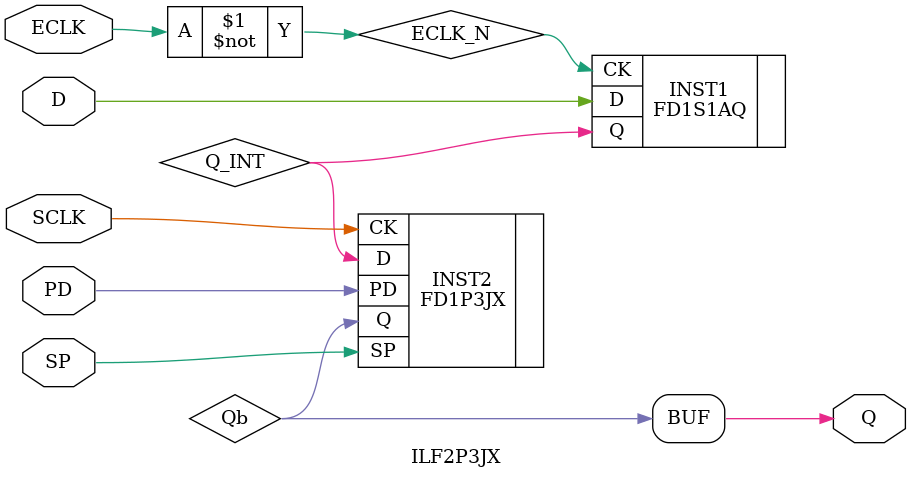
<source format=v>
`resetall
`timescale 1 ns / 1 ps

`celldefine

module ILF2P3JX (D, SP, ECLK, SCLK, PD, Q);
  parameter GSR = "ENABLED";
  defparam INST2.GSR = GSR;
  input  D, SP, ECLK, SCLK, PD;
  output Q;

  wire Qb;

  not  (ECLK_N, ECLK);
  FD1S1AQ INST1 (.D(D), .CK(ECLK_N), .Q(Q_INT));
  FD1P3JX INST2 (.D(Q_INT), .SP(SP), .CK(SCLK), .PD(PD),
                 .Q(Qb));

  buf (Q, Qb);

endmodule

`endcelldefine

</source>
